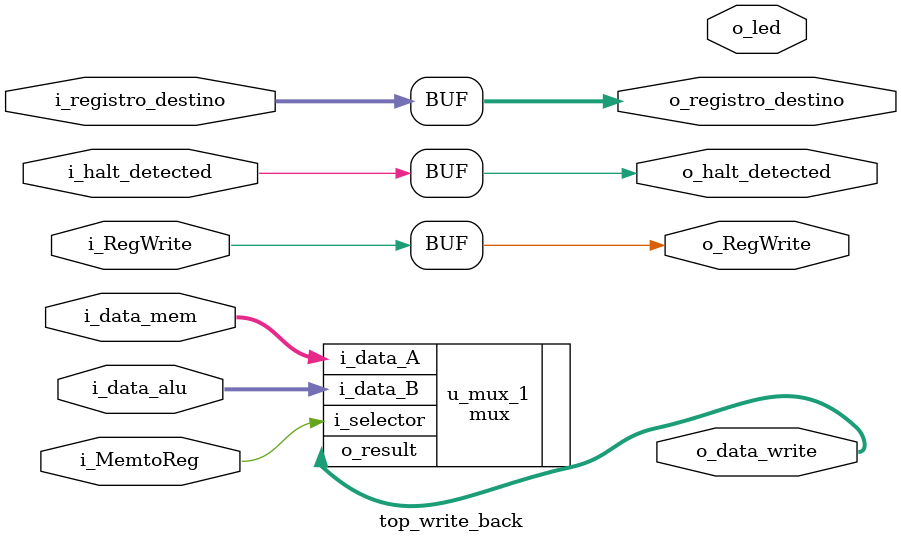
<source format=v>
`timescale 1ns / 1ps



module top_write_back
   #(
       
       parameter CANT_REGISTROS= 32,
       parameter CANT_BITS_REGISTROS = 32
       
   )
   (
       
       input [clogb2 (CANT_REGISTROS - 1) - 1 : 0] i_registro_destino,
       
       input [CANT_BITS_REGISTROS - 1 : 0] i_data_mem,
       input [CANT_BITS_REGISTROS - 1 : 0] i_data_alu,

       input i_RegWrite,
       input i_MemtoReg,

       input i_halt_detected,
       

       output [clogb2 (CANT_REGISTROS - 1) - 1 : 0] o_registro_destino,
       output o_RegWrite,
       output [CANT_BITS_REGISTROS - 1 : 0] o_data_write,
       output o_halt_detected,


       output o_led
   );



    //  The following function calculates the address width based on specified RAM depth
    function integer clogb2;
        input integer depth;
            for (clogb2=0; depth>0; clogb2=clogb2+1)
                depth = depth >> 1;
    endfunction


    assign o_registro_destino = i_registro_destino;
    assign o_RegWrite = i_RegWrite;
    assign o_halt_detected = i_halt_detected;




mux
   #(
       .INPUT_OUTPUT_LENGTH (CANT_BITS_REGISTROS)
    )
    u_mux_1
   (
       .i_data_A (i_data_mem),
       .i_data_B (i_data_alu),
       .i_selector (i_MemtoReg),
       .o_result (o_data_write)
    );



  

endmodule

</source>
